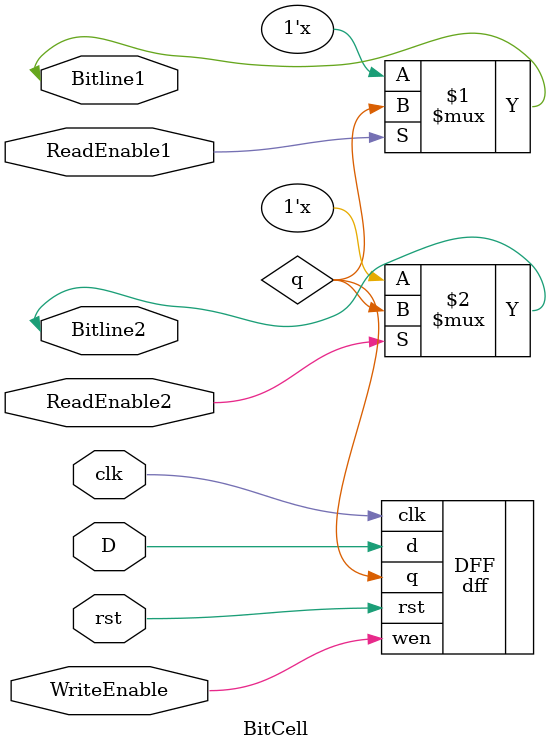
<source format=v>
module BitCell(clk, rst, D, WriteEnable, ReadEnable1, ReadEnable2, Bitline1, Bitline2);

input clk, rst, D, WriteEnable, ReadEnable1, ReadEnable2;

inout Bitline1, Bitline2;

// Internal Signals
wire q;

// Instantiate a DFF to hold values
dff DFF(.q(q), .d(D), .wen(WriteEnable), .clk(clk), .rst(rst));

// Tri state buffers
assign Bitline1 = (ReadEnable1) ? q : 1'bz;
assign Bitline2 = (ReadEnable2) ? q : 1'bz;

// Change to if read and write register are the same, bypass. Also move to register level?

endmodule

</source>
